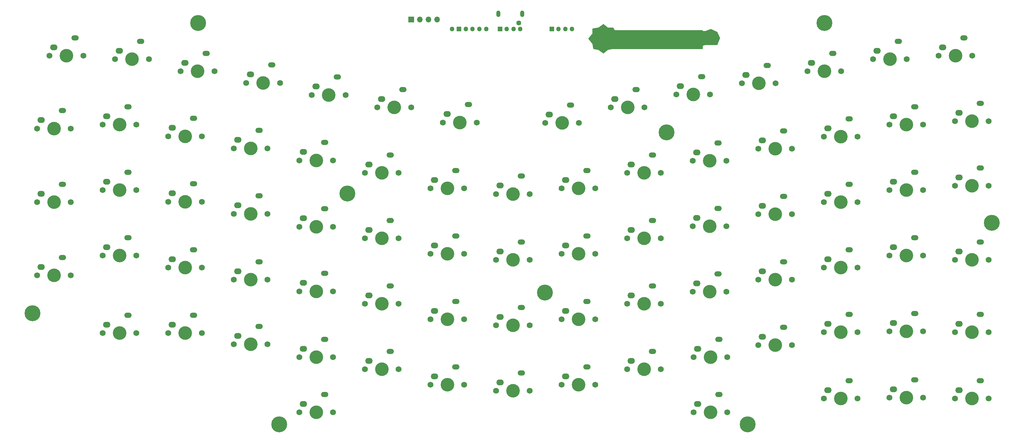
<source format=gts>
G04 #@! TF.GenerationSoftware,KiCad,Pcbnew,5.1.9+dfsg1-1+deb11u1*
G04 #@! TF.CreationDate,2022-10-03T13:35:44+02:00*
G04 #@! TF.ProjectId,BalthazarKeyboard3-keycaps,42616c74-6861-47a6-9172-4b6579626f61,v0.2*
G04 #@! TF.SameCoordinates,Original*
G04 #@! TF.FileFunction,Soldermask,Top*
G04 #@! TF.FilePolarity,Negative*
%FSLAX46Y46*%
G04 Gerber Fmt 4.6, Leading zero omitted, Abs format (unit mm)*
G04 Created by KiCad (PCBNEW 5.1.9+dfsg1-1+deb11u1) date 2022-10-03 13:35:44*
%MOMM*%
%LPD*%
G01*
G04 APERTURE LIST*
%ADD10C,1.750000*%
%ADD11O,2.200000X1.500000*%
%ADD12O,2.200000X1.700000*%
%ADD13C,4.000000*%
%ADD14C,1.450000*%
%ADD15O,1.200000X1.900000*%
%ADD16C,4.700000*%
%ADD17O,1.350000X1.350000*%
%ADD18R,1.350000X1.350000*%
%ADD19R,1.700000X1.700000*%
%ADD20O,1.700000X1.700000*%
%ADD21C,0.254000*%
%ADD22C,0.100000*%
G04 APERTURE END LIST*
D10*
X252132000Y-102870000D03*
X242152000Y-102870000D03*
D11*
X249642000Y-97570000D03*
D12*
X243392000Y-100340000D03*
D13*
X247142000Y-102870000D03*
D10*
X136308000Y-156718000D03*
X126328000Y-156718000D03*
D11*
X133818000Y-151418000D03*
D12*
X127568000Y-154188000D03*
D13*
X131318000Y-156718000D03*
D10*
X252132000Y-141224000D03*
X242152000Y-141224000D03*
D11*
X249642000Y-135924000D03*
D12*
X243392000Y-138694000D03*
D13*
X247142000Y-141224000D03*
D10*
X24167000Y-59690000D03*
X14187000Y-59690000D03*
D11*
X21677000Y-54390000D03*
D12*
X15427000Y-57160000D03*
D13*
X19177000Y-59690000D03*
D10*
X43471000Y-60706000D03*
X33491000Y-60706000D03*
D11*
X40981000Y-55406000D03*
D12*
X34731000Y-58176000D03*
D13*
X38481000Y-60706000D03*
D10*
X62775000Y-64262000D03*
X52795000Y-64262000D03*
D11*
X60285000Y-58962000D03*
D12*
X54035000Y-61732000D03*
D13*
X57785000Y-64262000D03*
D10*
X82079000Y-67691000D03*
X72099000Y-67691000D03*
D11*
X79589000Y-62391000D03*
D12*
X73339000Y-65161000D03*
D13*
X77089000Y-67691000D03*
D10*
X101383000Y-71247000D03*
X91403000Y-71247000D03*
D11*
X98893000Y-65947000D03*
D12*
X92643000Y-68717000D03*
D13*
X96393000Y-71247000D03*
D10*
X120687000Y-74930000D03*
X110707000Y-74930000D03*
D11*
X118197000Y-69630000D03*
D12*
X111947000Y-72400000D03*
D13*
X115697000Y-74930000D03*
D10*
X139991000Y-79375000D03*
X130011000Y-79375000D03*
D11*
X137501000Y-74075000D03*
D12*
X131251000Y-76845000D03*
D13*
X135001000Y-79375000D03*
D10*
X39788000Y-80010000D03*
X29808000Y-80010000D03*
D11*
X37298000Y-74710000D03*
D12*
X31048000Y-77480000D03*
D13*
X34798000Y-80010000D03*
D10*
X59092000Y-83439000D03*
X49112000Y-83439000D03*
D11*
X56602000Y-78139000D03*
D12*
X50352000Y-80909000D03*
D13*
X54102000Y-83439000D03*
D10*
X78396000Y-86995000D03*
X68416000Y-86995000D03*
D11*
X75906000Y-81695000D03*
D12*
X69656000Y-84465000D03*
D13*
X73406000Y-86995000D03*
D10*
X97700000Y-90551000D03*
X87720000Y-90551000D03*
D11*
X95210000Y-85251000D03*
D12*
X88960000Y-88021000D03*
D13*
X92710000Y-90551000D03*
D10*
X117004000Y-94234000D03*
X107024000Y-94234000D03*
D11*
X114514000Y-88934000D03*
D12*
X108264000Y-91704000D03*
D13*
X112014000Y-94234000D03*
D10*
X136308000Y-98806000D03*
X126328000Y-98806000D03*
D11*
X133818000Y-93506000D03*
D12*
X127568000Y-96276000D03*
D13*
X131318000Y-98806000D03*
D10*
X155612000Y-100457000D03*
X145632000Y-100457000D03*
D11*
X153122000Y-95157000D03*
D12*
X146872000Y-97927000D03*
D13*
X150622000Y-100457000D03*
D10*
X20484000Y-81153000D03*
X10504000Y-81153000D03*
D11*
X17994000Y-75853000D03*
D12*
X11744000Y-78623000D03*
D13*
X15494000Y-81153000D03*
D10*
X59092000Y-102743000D03*
X49112000Y-102743000D03*
D11*
X56602000Y-97443000D03*
D12*
X50352000Y-100213000D03*
D13*
X54102000Y-102743000D03*
D10*
X78396000Y-106299000D03*
X68416000Y-106299000D03*
D11*
X75906000Y-100999000D03*
D12*
X69656000Y-103769000D03*
D13*
X73406000Y-106299000D03*
D10*
X97700000Y-110109000D03*
X87720000Y-110109000D03*
D11*
X95210000Y-104809000D03*
D12*
X88960000Y-107579000D03*
D13*
X92710000Y-110109000D03*
D10*
X117004000Y-113538000D03*
X107024000Y-113538000D03*
D11*
X114514000Y-108238000D03*
D12*
X108264000Y-111008000D03*
D13*
X112014000Y-113538000D03*
D10*
X136308000Y-118110000D03*
X126328000Y-118110000D03*
D11*
X133818000Y-112810000D03*
D12*
X127568000Y-115580000D03*
D13*
X131318000Y-118110000D03*
D10*
X155612000Y-119888000D03*
X145632000Y-119888000D03*
D11*
X153122000Y-114588000D03*
D12*
X146872000Y-117358000D03*
D13*
X150622000Y-119888000D03*
D10*
X39788000Y-99314000D03*
X29808000Y-99314000D03*
D11*
X37298000Y-94014000D03*
D12*
X31048000Y-96784000D03*
D13*
X34798000Y-99314000D03*
D10*
X59092000Y-122174000D03*
X49112000Y-122174000D03*
D11*
X56602000Y-116874000D03*
D12*
X50352000Y-119644000D03*
D13*
X54102000Y-122174000D03*
D10*
X78396000Y-125730000D03*
X68416000Y-125730000D03*
D11*
X75906000Y-120430000D03*
D12*
X69656000Y-123200000D03*
D13*
X73406000Y-125730000D03*
D10*
X97700000Y-129159000D03*
X87720000Y-129159000D03*
D11*
X95210000Y-123859000D03*
D12*
X88960000Y-126629000D03*
D13*
X92710000Y-129159000D03*
D10*
X117004000Y-132842000D03*
X107024000Y-132842000D03*
D11*
X114514000Y-127542000D03*
D12*
X108264000Y-130312000D03*
D13*
X112014000Y-132842000D03*
D10*
X136308000Y-137414000D03*
X126328000Y-137414000D03*
D11*
X133818000Y-132114000D03*
D12*
X127568000Y-134884000D03*
D13*
X131318000Y-137414000D03*
D10*
X155612000Y-139192000D03*
X145632000Y-139192000D03*
D11*
X153122000Y-133892000D03*
D12*
X146872000Y-136662000D03*
D13*
X150622000Y-139192000D03*
D10*
X20484000Y-102870000D03*
X10504000Y-102870000D03*
D11*
X17994000Y-97570000D03*
D12*
X11744000Y-100340000D03*
D13*
X15494000Y-102870000D03*
D10*
X59092000Y-141478000D03*
X49112000Y-141478000D03*
D11*
X56602000Y-136178000D03*
D12*
X50352000Y-138948000D03*
D13*
X54102000Y-141478000D03*
D10*
X78396000Y-144780000D03*
X68416000Y-144780000D03*
D11*
X75906000Y-139480000D03*
D12*
X69656000Y-142250000D03*
D13*
X73406000Y-144780000D03*
D10*
X97700000Y-148590000D03*
X87720000Y-148590000D03*
D11*
X95210000Y-143290000D03*
D12*
X88960000Y-146060000D03*
D13*
X92710000Y-148590000D03*
D10*
X117004000Y-152146000D03*
X107024000Y-152146000D03*
D11*
X114514000Y-146846000D03*
D12*
X108264000Y-149616000D03*
D13*
X112014000Y-152146000D03*
D10*
X155612000Y-158496000D03*
X145632000Y-158496000D03*
D11*
X153122000Y-153196000D03*
D12*
X146872000Y-155966000D03*
D13*
X150622000Y-158496000D03*
D10*
X20484000Y-124460000D03*
X10504000Y-124460000D03*
D11*
X17994000Y-119160000D03*
D12*
X11744000Y-121930000D03*
D13*
X15494000Y-124460000D03*
D10*
X39788000Y-118618000D03*
X29808000Y-118618000D03*
D11*
X37298000Y-113318000D03*
D12*
X31048000Y-116088000D03*
D13*
X34798000Y-118618000D03*
D10*
X39788000Y-141478000D03*
X29808000Y-141478000D03*
D11*
X37298000Y-136178000D03*
D12*
X31048000Y-138948000D03*
D13*
X34798000Y-141478000D03*
D10*
X97700000Y-164846000D03*
X87720000Y-164846000D03*
D11*
X95210000Y-159546000D03*
D12*
X88960000Y-162316000D03*
D13*
X92710000Y-164846000D03*
D10*
X213778000Y-164846000D03*
X203798000Y-164846000D03*
D11*
X211288000Y-159546000D03*
D12*
X205038000Y-162316000D03*
D13*
X208788000Y-164846000D03*
D10*
X252132000Y-160782000D03*
X242152000Y-160782000D03*
D11*
X249642000Y-155482000D03*
D12*
X243392000Y-158252000D03*
D13*
X247142000Y-160782000D03*
D10*
X271436000Y-160528000D03*
X261456000Y-160528000D03*
D11*
X268946000Y-155228000D03*
D12*
X262696000Y-157998000D03*
D13*
X266446000Y-160528000D03*
D10*
X290740000Y-160782000D03*
X280760000Y-160782000D03*
D11*
X288250000Y-155482000D03*
D12*
X282000000Y-158252000D03*
D13*
X285750000Y-160782000D03*
D10*
X170090000Y-79502000D03*
X160110000Y-79502000D03*
D11*
X167600000Y-74202000D03*
D12*
X161350000Y-76972000D03*
D13*
X165100000Y-79502000D03*
D10*
X189394000Y-74930000D03*
X179414000Y-74930000D03*
D11*
X186904000Y-69630000D03*
D12*
X180654000Y-72400000D03*
D13*
X184404000Y-74930000D03*
D10*
X208698000Y-71120000D03*
X198718000Y-71120000D03*
D11*
X206208000Y-65820000D03*
D12*
X199958000Y-68590000D03*
D13*
X203708000Y-71120000D03*
D10*
X228002000Y-67818000D03*
X218022000Y-67818000D03*
D11*
X225512000Y-62518000D03*
D12*
X219262000Y-65288000D03*
D13*
X223012000Y-67818000D03*
D10*
X247306000Y-64262000D03*
X237326000Y-64262000D03*
D11*
X244816000Y-58962000D03*
D12*
X238566000Y-61732000D03*
D13*
X242316000Y-64262000D03*
D10*
X266610000Y-60706000D03*
X256630000Y-60706000D03*
D11*
X264120000Y-55406000D03*
D12*
X257870000Y-58176000D03*
D13*
X261620000Y-60706000D03*
D10*
X285914000Y-59690000D03*
X275934000Y-59690000D03*
D11*
X283424000Y-54390000D03*
D12*
X277174000Y-57160000D03*
D13*
X280924000Y-59690000D03*
D10*
X174916000Y-98806000D03*
X164936000Y-98806000D03*
D11*
X172426000Y-93506000D03*
D12*
X166176000Y-96276000D03*
D13*
X169926000Y-98806000D03*
D10*
X194220000Y-94234000D03*
X184240000Y-94234000D03*
D11*
X191730000Y-88934000D03*
D12*
X185480000Y-91704000D03*
D13*
X189230000Y-94234000D03*
D10*
X213524000Y-90678000D03*
X203544000Y-90678000D03*
D11*
X211034000Y-85378000D03*
D12*
X204784000Y-88148000D03*
D13*
X208534000Y-90678000D03*
D10*
X232828000Y-87122000D03*
X222848000Y-87122000D03*
D11*
X230338000Y-81822000D03*
D12*
X224088000Y-84592000D03*
D13*
X227838000Y-87122000D03*
D10*
X252132000Y-83566000D03*
X242152000Y-83566000D03*
D11*
X249642000Y-78266000D03*
D12*
X243392000Y-81036000D03*
D13*
X247142000Y-83566000D03*
D10*
X271436000Y-80010000D03*
X261456000Y-80010000D03*
D11*
X268946000Y-74710000D03*
D12*
X262696000Y-77480000D03*
D13*
X266446000Y-80010000D03*
D10*
X290740000Y-78994000D03*
X280760000Y-78994000D03*
D11*
X288250000Y-73694000D03*
D12*
X282000000Y-76464000D03*
D13*
X285750000Y-78994000D03*
D10*
X174916000Y-118110000D03*
X164936000Y-118110000D03*
D11*
X172426000Y-112810000D03*
D12*
X166176000Y-115580000D03*
D13*
X169926000Y-118110000D03*
D10*
X194220000Y-113538000D03*
X184240000Y-113538000D03*
D11*
X191730000Y-108238000D03*
D12*
X185480000Y-111008000D03*
D13*
X189230000Y-113538000D03*
D10*
X213524000Y-109982000D03*
X203544000Y-109982000D03*
D11*
X211034000Y-104682000D03*
D12*
X204784000Y-107452000D03*
D13*
X208534000Y-109982000D03*
D10*
X232828000Y-106426000D03*
X222848000Y-106426000D03*
D11*
X230338000Y-101126000D03*
D12*
X224088000Y-103896000D03*
D13*
X227838000Y-106426000D03*
D10*
X271436000Y-99314000D03*
X261456000Y-99314000D03*
D11*
X268946000Y-94014000D03*
D12*
X262696000Y-96784000D03*
D13*
X266446000Y-99314000D03*
D10*
X290740000Y-98044000D03*
X280760000Y-98044000D03*
D11*
X288250000Y-92744000D03*
D12*
X282000000Y-95514000D03*
D13*
X285750000Y-98044000D03*
D10*
X174916000Y-137414000D03*
X164936000Y-137414000D03*
D11*
X172426000Y-132114000D03*
D12*
X166176000Y-134884000D03*
D13*
X169926000Y-137414000D03*
D10*
X194220000Y-132842000D03*
X184240000Y-132842000D03*
D11*
X191730000Y-127542000D03*
D12*
X185480000Y-130312000D03*
D13*
X189230000Y-132842000D03*
D10*
X213524000Y-129286000D03*
X203544000Y-129286000D03*
D11*
X211034000Y-123986000D03*
D12*
X204784000Y-126756000D03*
D13*
X208534000Y-129286000D03*
D10*
X232828000Y-125730000D03*
X222848000Y-125730000D03*
D11*
X230338000Y-120430000D03*
D12*
X224088000Y-123200000D03*
D13*
X227838000Y-125730000D03*
D10*
X252132000Y-122174000D03*
X242152000Y-122174000D03*
D11*
X249642000Y-116874000D03*
D12*
X243392000Y-119644000D03*
D13*
X247142000Y-122174000D03*
D10*
X271436000Y-118618000D03*
X261456000Y-118618000D03*
D11*
X268946000Y-113318000D03*
D12*
X262696000Y-116088000D03*
D13*
X266446000Y-118618000D03*
D10*
X290740000Y-119888000D03*
X280760000Y-119888000D03*
D11*
X288250000Y-114588000D03*
D12*
X282000000Y-117358000D03*
D13*
X285750000Y-119888000D03*
D10*
X174916000Y-156718000D03*
X164936000Y-156718000D03*
D11*
X172426000Y-151418000D03*
D12*
X166176000Y-154188000D03*
D13*
X169926000Y-156718000D03*
D10*
X194220000Y-152146000D03*
X184240000Y-152146000D03*
D11*
X191730000Y-146846000D03*
D12*
X185480000Y-149616000D03*
D13*
X189230000Y-152146000D03*
D10*
X213778000Y-148590000D03*
X203798000Y-148590000D03*
D11*
X211288000Y-143290000D03*
D12*
X205038000Y-146060000D03*
D13*
X208788000Y-148590000D03*
D10*
X232828000Y-145034000D03*
X222848000Y-145034000D03*
D11*
X230338000Y-139734000D03*
D12*
X224088000Y-142504000D03*
D13*
X227838000Y-145034000D03*
D10*
X271436000Y-140970000D03*
X261456000Y-140970000D03*
D11*
X268946000Y-135670000D03*
D12*
X262696000Y-138440000D03*
D13*
X266446000Y-140970000D03*
D10*
X290740000Y-141224000D03*
X280760000Y-141224000D03*
D11*
X288250000Y-135924000D03*
D12*
X282000000Y-138694000D03*
D13*
X285750000Y-141224000D03*
D14*
X152360000Y-49976500D03*
D15*
X146360000Y-47276500D03*
X153360000Y-47276500D03*
D16*
X101854000Y-100330000D03*
X195834000Y-82296000D03*
X9144000Y-135636000D03*
X291592000Y-108966000D03*
X160020000Y-129540000D03*
D17*
X168052000Y-51816000D03*
X166052000Y-51816000D03*
X164052000Y-51816000D03*
D18*
X162052000Y-51816000D03*
D17*
X152812000Y-51816000D03*
X150812000Y-51816000D03*
X148812000Y-51816000D03*
D18*
X146812000Y-51816000D03*
D16*
X81788000Y-168402000D03*
X57912000Y-50038000D03*
X219710000Y-168402000D03*
X242316000Y-50038000D03*
D17*
X142748000Y-51816000D03*
X140748000Y-51816000D03*
X138748000Y-51816000D03*
X136748000Y-51816000D03*
D18*
X134748000Y-51816000D03*
D17*
X132748000Y-51816000D03*
D19*
X120650000Y-49022000D03*
D20*
X123190000Y-49022000D03*
X125730000Y-49022000D03*
X128270000Y-49022000D03*
D21*
X178482664Y-51407170D02*
X178503535Y-51420743D01*
X178526654Y-51429982D01*
X178562000Y-51435000D01*
X180018032Y-51435000D01*
X180488330Y-52140447D01*
X180504104Y-52159709D01*
X180523332Y-52175523D01*
X180545276Y-52187282D01*
X180569093Y-52194534D01*
X180594000Y-52197000D01*
X206375000Y-52197000D01*
X206375000Y-52324000D01*
X206377440Y-52348776D01*
X206384667Y-52372601D01*
X206396403Y-52394557D01*
X206412197Y-52413803D01*
X206431443Y-52429597D01*
X206453399Y-52441333D01*
X206477224Y-52448560D01*
X206502000Y-52451000D01*
X207264000Y-52451000D01*
X207288776Y-52448560D01*
X207309590Y-52442535D01*
X208910209Y-51826912D01*
X210722365Y-52672585D01*
X211445744Y-54360470D01*
X210730145Y-56388000D01*
X207010000Y-56388000D01*
X206979198Y-56391792D01*
X206471198Y-56518792D01*
X206447753Y-56527168D01*
X206426393Y-56539958D01*
X206407938Y-56556669D01*
X206393098Y-56576659D01*
X206382444Y-56599160D01*
X206376383Y-56623308D01*
X206375000Y-56642000D01*
X206375000Y-57531000D01*
X179832000Y-57531000D01*
X179807093Y-57533466D01*
X178537093Y-57787466D01*
X178513276Y-57794718D01*
X178482664Y-57812830D01*
X177285179Y-58770818D01*
X175838447Y-57806330D01*
X175816478Y-57794617D01*
X175788879Y-57786728D01*
X174354359Y-57547641D01*
X174115272Y-56113121D01*
X174108792Y-56089083D01*
X174097746Y-56066771D01*
X174087564Y-56052697D01*
X172885317Y-54610000D01*
X174087564Y-53167303D01*
X174101551Y-53146707D01*
X174111251Y-53123778D01*
X174116291Y-53099398D01*
X174117000Y-53086000D01*
X174117000Y-51672147D01*
X175785961Y-51433724D01*
X175810143Y-51427804D01*
X175838447Y-51413670D01*
X177285179Y-50449182D01*
X178482664Y-51407170D01*
D22*
G36*
X178482664Y-51407170D02*
G01*
X178503535Y-51420743D01*
X178526654Y-51429982D01*
X178562000Y-51435000D01*
X180018032Y-51435000D01*
X180488330Y-52140447D01*
X180504104Y-52159709D01*
X180523332Y-52175523D01*
X180545276Y-52187282D01*
X180569093Y-52194534D01*
X180594000Y-52197000D01*
X206375000Y-52197000D01*
X206375000Y-52324000D01*
X206377440Y-52348776D01*
X206384667Y-52372601D01*
X206396403Y-52394557D01*
X206412197Y-52413803D01*
X206431443Y-52429597D01*
X206453399Y-52441333D01*
X206477224Y-52448560D01*
X206502000Y-52451000D01*
X207264000Y-52451000D01*
X207288776Y-52448560D01*
X207309590Y-52442535D01*
X208910209Y-51826912D01*
X210722365Y-52672585D01*
X211445744Y-54360470D01*
X210730145Y-56388000D01*
X207010000Y-56388000D01*
X206979198Y-56391792D01*
X206471198Y-56518792D01*
X206447753Y-56527168D01*
X206426393Y-56539958D01*
X206407938Y-56556669D01*
X206393098Y-56576659D01*
X206382444Y-56599160D01*
X206376383Y-56623308D01*
X206375000Y-56642000D01*
X206375000Y-57531000D01*
X179832000Y-57531000D01*
X179807093Y-57533466D01*
X178537093Y-57787466D01*
X178513276Y-57794718D01*
X178482664Y-57812830D01*
X177285179Y-58770818D01*
X175838447Y-57806330D01*
X175816478Y-57794617D01*
X175788879Y-57786728D01*
X174354359Y-57547641D01*
X174115272Y-56113121D01*
X174108792Y-56089083D01*
X174097746Y-56066771D01*
X174087564Y-56052697D01*
X172885317Y-54610000D01*
X174087564Y-53167303D01*
X174101551Y-53146707D01*
X174111251Y-53123778D01*
X174116291Y-53099398D01*
X174117000Y-53086000D01*
X174117000Y-51672147D01*
X175785961Y-51433724D01*
X175810143Y-51427804D01*
X175838447Y-51413670D01*
X177285179Y-50449182D01*
X178482664Y-51407170D01*
G37*
M02*

</source>
